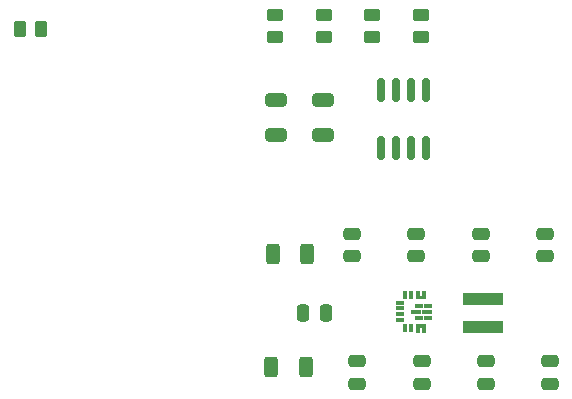
<source format=gbr>
%TF.GenerationSoftware,KiCad,Pcbnew,7.0.9*%
%TF.CreationDate,2024-04-08T18:15:02-04:00*%
%TF.ProjectId,WIRED-pH-EZO-Carrier-revA1,57495245-442d-4704-982d-455a4f2d4361,revA1*%
%TF.SameCoordinates,Original*%
%TF.FileFunction,Paste,Top*%
%TF.FilePolarity,Positive*%
%FSLAX46Y46*%
G04 Gerber Fmt 4.6, Leading zero omitted, Abs format (unit mm)*
G04 Created by KiCad (PCBNEW 7.0.9) date 2024-04-08 18:15:02*
%MOMM*%
%LPD*%
G01*
G04 APERTURE LIST*
G04 Aperture macros list*
%AMRoundRect*
0 Rectangle with rounded corners*
0 $1 Rounding radius*
0 $2 $3 $4 $5 $6 $7 $8 $9 X,Y pos of 4 corners*
0 Add a 4 corners polygon primitive as box body*
4,1,4,$2,$3,$4,$5,$6,$7,$8,$9,$2,$3,0*
0 Add four circle primitives for the rounded corners*
1,1,$1+$1,$2,$3*
1,1,$1+$1,$4,$5*
1,1,$1+$1,$6,$7*
1,1,$1+$1,$8,$9*
0 Add four rect primitives between the rounded corners*
20,1,$1+$1,$2,$3,$4,$5,0*
20,1,$1+$1,$4,$5,$6,$7,0*
20,1,$1+$1,$6,$7,$8,$9,0*
20,1,$1+$1,$8,$9,$2,$3,0*%
G04 Aperture macros list end*
%ADD10C,0.010000*%
%ADD11RoundRect,0.250000X0.250000X0.475000X-0.250000X0.475000X-0.250000X-0.475000X0.250000X-0.475000X0*%
%ADD12RoundRect,0.250000X-0.475000X0.250000X-0.475000X-0.250000X0.475000X-0.250000X0.475000X0.250000X0*%
%ADD13RoundRect,0.250000X0.475000X-0.250000X0.475000X0.250000X-0.475000X0.250000X-0.475000X-0.250000X0*%
%ADD14RoundRect,0.250000X-0.450000X0.262500X-0.450000X-0.262500X0.450000X-0.262500X0.450000X0.262500X0*%
%ADD15RoundRect,0.250000X-0.650000X0.325000X-0.650000X-0.325000X0.650000X-0.325000X0.650000X0.325000X0*%
%ADD16R,3.400000X0.980000*%
%ADD17RoundRect,0.250000X-0.262500X-0.450000X0.262500X-0.450000X0.262500X0.450000X-0.262500X0.450000X0*%
%ADD18RoundRect,0.250000X-0.312500X-0.625000X0.312500X-0.625000X0.312500X0.625000X-0.312500X0.625000X0*%
%ADD19RoundRect,0.250000X0.312500X0.625000X-0.312500X0.625000X-0.312500X-0.625000X0.312500X-0.625000X0*%
%ADD20RoundRect,0.150000X-0.150000X0.825000X-0.150000X-0.825000X0.150000X-0.825000X0.150000X0.825000X0*%
%ADD21RoundRect,0.002500X-0.297500X-0.122500X0.297500X-0.122500X0.297500X0.122500X-0.297500X0.122500X0*%
%ADD22RoundRect,0.002500X-0.122500X-0.297500X0.122500X-0.297500X0.122500X0.297500X-0.122500X0.297500X0*%
G04 APERTURE END LIST*
%TO.C,U1*%
D10*
X144734500Y-96924500D02*
X144014500Y-96924500D01*
X144014500Y-96674500D01*
X144734500Y-96674500D01*
X144734500Y-96924500D01*
G36*
X144734500Y-96924500D02*
G01*
X144014500Y-96924500D01*
X144014500Y-96674500D01*
X144734500Y-96674500D01*
X144734500Y-96924500D01*
G37*
X144910000Y-96424500D02*
X144335000Y-96424500D01*
X144335000Y-96174500D01*
X144910000Y-96174500D01*
X144910000Y-96424500D01*
G36*
X144910000Y-96424500D02*
G01*
X144335000Y-96424500D01*
X144335000Y-96174500D01*
X144910000Y-96174500D01*
X144910000Y-96424500D01*
G37*
X144910000Y-97424500D02*
X144335000Y-97424500D01*
X144335000Y-97174500D01*
X144910000Y-97174500D01*
X144910000Y-97424500D01*
G36*
X144910000Y-97424500D02*
G01*
X144335000Y-97424500D01*
X144335000Y-97174500D01*
X144910000Y-97174500D01*
X144910000Y-97424500D01*
G37*
X145654500Y-96924500D02*
X144934500Y-96924500D01*
X144934500Y-96674500D01*
X145654500Y-96674500D01*
X145654500Y-96924500D01*
G36*
X145654500Y-96924500D02*
G01*
X144934500Y-96924500D01*
X144934500Y-96674500D01*
X145654500Y-96674500D01*
X145654500Y-96924500D01*
G37*
X145685000Y-96424500D02*
X145110000Y-96424500D01*
X145110000Y-96174500D01*
X145685000Y-96174500D01*
X145685000Y-96424500D01*
G36*
X145685000Y-96424500D02*
G01*
X145110000Y-96424500D01*
X145110000Y-96174500D01*
X145685000Y-96174500D01*
X145685000Y-96424500D01*
G37*
X145685000Y-97424500D02*
X145110000Y-97424500D01*
X145110000Y-97174500D01*
X145685000Y-97174500D01*
X145685000Y-97424500D01*
G36*
X145685000Y-97424500D02*
G01*
X145110000Y-97424500D01*
X145110000Y-97174500D01*
X145685000Y-97174500D01*
X145685000Y-97424500D01*
G37*
X145134500Y-98499500D02*
X144884500Y-98499500D01*
X144884500Y-98149500D01*
X144634500Y-98149500D01*
X144634500Y-98499500D01*
X144384500Y-98499500D01*
X144384500Y-97899500D01*
X145134500Y-97899500D01*
X145134500Y-98499500D01*
G36*
X145134500Y-98499500D02*
G01*
X144884500Y-98499500D01*
X144884500Y-98149500D01*
X144634500Y-98149500D01*
X144634500Y-98499500D01*
X144384500Y-98499500D01*
X144384500Y-97899500D01*
X145134500Y-97899500D01*
X145134500Y-98499500D01*
G37*
X144634500Y-95449500D02*
X144884500Y-95449500D01*
X144884500Y-95099500D01*
X145134500Y-95099500D01*
X145134500Y-95699500D01*
X144384500Y-95699500D01*
X144384500Y-95099500D01*
X144634500Y-95099500D01*
X144634500Y-95449500D01*
G36*
X144634500Y-95449500D02*
G01*
X144884500Y-95449500D01*
X144884500Y-95099500D01*
X145134500Y-95099500D01*
X145134500Y-95699500D01*
X144384500Y-95699500D01*
X144384500Y-95099500D01*
X144634500Y-95099500D01*
X144634500Y-95449500D01*
G37*
%TD*%
D11*
%TO.C,C6*%
X136742000Y-96909500D03*
X134842000Y-96909500D03*
%TD*%
D12*
%TO.C,C8*%
X150332700Y-101007000D03*
X150332700Y-102907000D03*
%TD*%
D13*
%TO.C,C2*%
X144433500Y-92139500D03*
X144433500Y-90239500D03*
%TD*%
%TO.C,C3*%
X149876000Y-92139500D03*
X149876000Y-90239500D03*
%TD*%
D14*
%TO.C,R4*%
X140716000Y-71731500D03*
X140716000Y-73556500D03*
%TD*%
%TO.C,R3*%
X144851300Y-71731500D03*
X144851300Y-73556500D03*
%TD*%
D12*
%TO.C,C7*%
X144889300Y-101007000D03*
X144889300Y-102907000D03*
%TD*%
D15*
%TO.C,C11*%
X132577300Y-78913000D03*
X132577300Y-81863000D03*
%TD*%
D16*
%TO.C,L1*%
X150114000Y-95758000D03*
X150114000Y-98128000D03*
%TD*%
D14*
%TO.C,R5*%
X136580700Y-71731500D03*
X136580700Y-73556500D03*
%TD*%
D13*
%TO.C,C1*%
X138991100Y-92139500D03*
X138991100Y-90239500D03*
%TD*%
D17*
%TO.C,R7*%
X110847500Y-72898000D03*
X112672500Y-72898000D03*
%TD*%
D15*
%TO.C,C10*%
X136509300Y-78913000D03*
X136509300Y-81863000D03*
%TD*%
D14*
%TO.C,R6*%
X132445300Y-71731500D03*
X132445300Y-73556500D03*
%TD*%
D18*
%TO.C,R2*%
X132141500Y-101537500D03*
X135066500Y-101537500D03*
%TD*%
D19*
%TO.C,R1*%
X135190900Y-91951500D03*
X132265900Y-91951500D03*
%TD*%
D12*
%TO.C,C9*%
X155776000Y-101007000D03*
X155776000Y-102907000D03*
%TD*%
D13*
%TO.C,C4*%
X155318400Y-92139500D03*
X155318400Y-90239500D03*
%TD*%
D20*
%TO.C,U3*%
X145272300Y-78043000D03*
X144002300Y-78043000D03*
X142732300Y-78043000D03*
X141462300Y-78043000D03*
X141462300Y-82993000D03*
X142732300Y-82993000D03*
X144002300Y-82993000D03*
X145272300Y-82993000D03*
%TD*%
D12*
%TO.C,C5*%
X139446000Y-101007000D03*
X139446000Y-102907000D03*
%TD*%
D21*
%TO.C,U1*%
X143084500Y-96049500D03*
X143084500Y-96549500D03*
X143084500Y-97049500D03*
X143084500Y-97549500D03*
D22*
X143509500Y-98199500D03*
X144009500Y-98199500D03*
X144009500Y-95399500D03*
X143509500Y-95399500D03*
%TD*%
M02*

</source>
